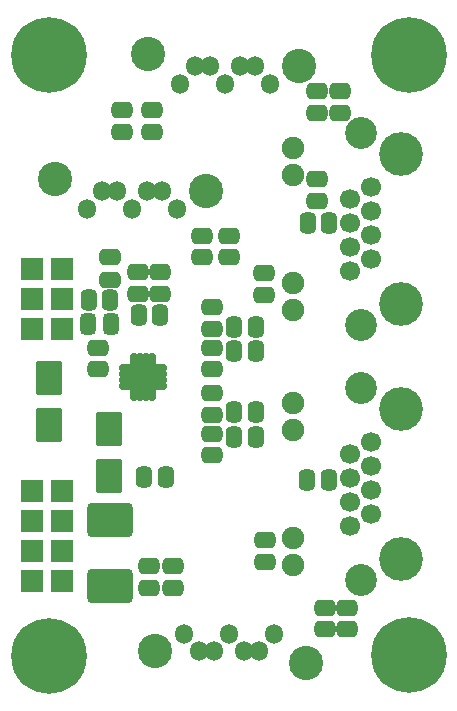
<source format=gbr>
%TF.GenerationSoftware,KiCad,Pcbnew,6.0.4-6f826c9f35~116~ubuntu20.04.1*%
%TF.CreationDate,2022-05-25T09:41:19+00:00*%
%TF.ProjectId,RFIQINT02B,52464951-494e-4543-9032-422e6b696361,REV*%
%TF.SameCoordinates,Original*%
%TF.FileFunction,Soldermask,Bot*%
%TF.FilePolarity,Negative*%
%FSLAX46Y46*%
G04 Gerber Fmt 4.6, Leading zero omitted, Abs format (unit mm)*
G04 Created by KiCad (PCBNEW 6.0.4-6f826c9f35~116~ubuntu20.04.1) date 2022-05-25 09:41:19*
%MOMM*%
%LPD*%
G01*
G04 APERTURE LIST*
G04 Aperture macros list*
%AMRoundRect*
0 Rectangle with rounded corners*
0 $1 Rounding radius*
0 $2 $3 $4 $5 $6 $7 $8 $9 X,Y pos of 4 corners*
0 Add a 4 corners polygon primitive as box body*
4,1,4,$2,$3,$4,$5,$6,$7,$8,$9,$2,$3,0*
0 Add four circle primitives for the rounded corners*
1,1,$1+$1,$2,$3*
1,1,$1+$1,$4,$5*
1,1,$1+$1,$6,$7*
1,1,$1+$1,$8,$9*
0 Add four rect primitives between the rounded corners*
20,1,$1+$1,$2,$3,$4,$5,0*
20,1,$1+$1,$4,$5,$6,$7,0*
20,1,$1+$1,$6,$7,$8,$9,0*
20,1,$1+$1,$8,$9,$2,$3,0*%
G04 Aperture macros list end*
%ADD10RoundRect,0.200000X-0.762000X-0.762000X0.762000X-0.762000X0.762000X0.762000X-0.762000X0.762000X0*%
%ADD11O,1.500000X1.700000*%
%ADD12C,2.900000*%
%ADD13C,3.700000*%
%ADD14C,1.700000*%
%ADD15C,1.900000*%
%ADD16C,2.700000*%
%ADD17C,6.400000*%
%ADD18RoundRect,0.450000X-0.262500X-0.450000X0.262500X-0.450000X0.262500X0.450000X-0.262500X0.450000X0*%
%ADD19RoundRect,0.200000X0.900000X-1.250000X0.900000X1.250000X-0.900000X1.250000X-0.900000X-1.250000X0*%
%ADD20RoundRect,0.449999X-1.500001X1.025001X-1.500001X-1.025001X1.500001X-1.025001X1.500001X1.025001X0*%
%ADD21RoundRect,0.450000X-0.450000X0.262500X-0.450000X-0.262500X0.450000X-0.262500X0.450000X0.262500X0*%
%ADD22RoundRect,0.450000X0.475000X-0.250000X0.475000X0.250000X-0.475000X0.250000X-0.475000X-0.250000X0*%
%ADD23RoundRect,0.450000X0.262500X0.450000X-0.262500X0.450000X-0.262500X-0.450000X0.262500X-0.450000X0*%
%ADD24RoundRect,0.450000X0.450000X-0.262500X0.450000X0.262500X-0.450000X0.262500X-0.450000X-0.262500X0*%
%ADD25RoundRect,0.450000X0.250000X0.475000X-0.250000X0.475000X-0.250000X-0.475000X0.250000X-0.475000X0*%
%ADD26RoundRect,0.262500X-0.337500X-0.062500X0.337500X-0.062500X0.337500X0.062500X-0.337500X0.062500X0*%
%ADD27RoundRect,0.262500X-0.062500X-0.337500X0.062500X-0.337500X0.062500X0.337500X-0.062500X0.337500X0*%
%ADD28RoundRect,0.450000X-0.600000X-0.600000X0.600000X-0.600000X0.600000X0.600000X-0.600000X0.600000X0*%
%ADD29RoundRect,0.200000X-0.900000X1.250000X-0.900000X-1.250000X0.900000X-1.250000X0.900000X1.250000X0*%
G04 APERTURE END LIST*
D10*
%TO.C,J6*%
X3683000Y37739320D03*
X6223000Y37739320D03*
X3683000Y35199320D03*
X6223000Y35199320D03*
X3683000Y32659320D03*
X6223000Y32659320D03*
%TD*%
D11*
%TO.C,J4*%
X23825200Y53465600D03*
X22555200Y54965600D03*
X21285200Y54965600D03*
X20015200Y53465600D03*
X18745200Y54965600D03*
X17475200Y54965600D03*
X16205200Y53465600D03*
D12*
X13455200Y55965600D03*
X26285200Y54965600D03*
%TD*%
D13*
%TO.C,J5*%
X34925000Y47518320D03*
X34925000Y34818320D03*
D14*
X32385000Y44718320D03*
X30605000Y43698320D03*
X32385000Y42688320D03*
X30605000Y41668320D03*
X32385000Y40658320D03*
X30605000Y39638320D03*
X32385000Y38628320D03*
X30605000Y37608320D03*
D15*
X25785000Y48028320D03*
X25785000Y45738320D03*
X25785000Y36598320D03*
X25785000Y34308320D03*
D16*
X31495000Y33038320D03*
X31495000Y49298320D03*
%TD*%
D17*
%TO.C,M3*%
X35560000Y55880000D03*
%TD*%
D13*
%TO.C,J2*%
X34925000Y25928320D03*
X34925000Y13228320D03*
D14*
X32385000Y23128320D03*
X30605000Y22108320D03*
X32385000Y21098320D03*
X30605000Y20078320D03*
X32385000Y19068320D03*
X30605000Y18048320D03*
X32385000Y17038320D03*
X30605000Y16018320D03*
D15*
X25785000Y26438320D03*
X25785000Y24148320D03*
X25785000Y15008320D03*
X25785000Y12718320D03*
D16*
X31495000Y11448320D03*
X31495000Y27708320D03*
%TD*%
D11*
%TO.C,J3*%
X15955000Y42843320D03*
X14685000Y44343320D03*
X13415000Y44343320D03*
X12145000Y42843320D03*
X10875000Y44343320D03*
X9605000Y44343320D03*
X8335000Y42843320D03*
D12*
X5585000Y45343320D03*
X18415000Y44343320D03*
%TD*%
D17*
%TO.C,M1*%
X35560000Y5080000D03*
%TD*%
D11*
%TO.C,J1*%
X16510000Y6878320D03*
X17780000Y5378320D03*
X19050000Y5378320D03*
X20320000Y6878320D03*
X21590000Y5378320D03*
X22860000Y5378320D03*
X24130000Y6878320D03*
D12*
X26880000Y4378320D03*
X14050000Y5378320D03*
%TD*%
D10*
%TO.C,J7*%
X3683000Y18943320D03*
X6223000Y18943320D03*
X3683000Y16403320D03*
X6223000Y16403320D03*
X3683000Y13863320D03*
X6223000Y13863320D03*
X3683000Y11323320D03*
X6223000Y11323320D03*
%TD*%
D18*
%TO.C,C6*%
X20804500Y30835600D03*
X22629500Y30835600D03*
%TD*%
D19*
%TO.C,D2*%
X10160000Y20213320D03*
X10160000Y24213320D03*
%TD*%
D20*
%TO.C,C14*%
X10287000Y16496080D03*
X10287000Y10946080D03*
%TD*%
D21*
%TO.C,C7*%
X30378400Y9065900D03*
X30378400Y7240900D03*
%TD*%
D22*
%TO.C,C13*%
X10236200Y36845200D03*
X10236200Y38745200D03*
%TD*%
D21*
%TO.C,R2*%
X23418800Y14793600D03*
X23418800Y12968600D03*
%TD*%
D23*
%TO.C,R1*%
X14984100Y20142200D03*
X13159100Y20142200D03*
%TD*%
D18*
%TO.C,C1*%
X26976700Y19939000D03*
X28801700Y19939000D03*
%TD*%
D21*
%TO.C,R9*%
X27762200Y45362500D03*
X27762200Y43537500D03*
%TD*%
D18*
%TO.C,C11*%
X27027500Y41656000D03*
X28852500Y41656000D03*
%TD*%
D21*
%TO.C,R10*%
X23342600Y37412300D03*
X23342600Y35587300D03*
%TD*%
D24*
%TO.C,C12*%
X29705300Y51005100D03*
X29705300Y52830100D03*
%TD*%
D21*
%TO.C,C5*%
X12623800Y37496120D03*
X12623800Y35671120D03*
%TD*%
D18*
%TO.C,R4*%
X12701900Y33896300D03*
X14526900Y33896300D03*
%TD*%
D24*
%TO.C,R7*%
X18923000Y25427300D03*
X18923000Y27252300D03*
%TD*%
D21*
%TO.C,R3*%
X28473400Y9065900D03*
X28473400Y7240900D03*
%TD*%
D18*
%TO.C,C4*%
X20791800Y32862520D03*
X22616800Y32862520D03*
%TD*%
D24*
%TO.C,R5*%
X18948400Y32691700D03*
X18948400Y34516700D03*
%TD*%
D21*
%TO.C,C16*%
X13868400Y51204500D03*
X13868400Y49379500D03*
%TD*%
D18*
%TO.C,L1*%
X8460100Y35128200D03*
X10285100Y35128200D03*
%TD*%
D21*
%TO.C,R13*%
X11277600Y51204500D03*
X11277600Y49379500D03*
%TD*%
D24*
%TO.C,C17*%
X15646400Y10771500D03*
X15646400Y12596500D03*
%TD*%
D17*
%TO.C,M2*%
X5080000Y4973320D03*
%TD*%
D21*
%TO.C,C10*%
X14528800Y37475800D03*
X14528800Y35650800D03*
%TD*%
D25*
%TO.C,C2*%
X10348000Y33070800D03*
X8448000Y33070800D03*
%TD*%
D26*
%TO.C,U1*%
X11631000Y27845320D03*
X11631000Y28345320D03*
X11631000Y28845320D03*
X11631000Y29345320D03*
D27*
X12331000Y30045320D03*
X12831000Y30045320D03*
X13331000Y30045320D03*
X13831000Y30045320D03*
D26*
X14531000Y29345320D03*
X14531000Y28845320D03*
X14531000Y28345320D03*
X14531000Y27845320D03*
D27*
X13831000Y27145320D03*
X13331000Y27145320D03*
X12831000Y27145320D03*
X12331000Y27145320D03*
D28*
X13081000Y28595320D03*
%TD*%
D18*
%TO.C,C9*%
X20779100Y23571200D03*
X22604100Y23571200D03*
%TD*%
%TO.C,C8*%
X20779100Y25628600D03*
X22604100Y25628600D03*
%TD*%
D24*
%TO.C,R11*%
X27774900Y50992400D03*
X27774900Y52817400D03*
%TD*%
D21*
%TO.C,R8*%
X18897600Y23823300D03*
X18897600Y21998300D03*
%TD*%
%TO.C,C3*%
X9296400Y31113100D03*
X9296400Y29288100D03*
%TD*%
%TO.C,C15*%
X18034000Y40587300D03*
X18034000Y38762300D03*
%TD*%
D24*
%TO.C,R14*%
X13614400Y10771500D03*
X13614400Y12596500D03*
%TD*%
D21*
%TO.C,R6*%
X18948400Y31113100D03*
X18948400Y29288100D03*
%TD*%
%TO.C,R12*%
X20370800Y40587300D03*
X20370800Y38762300D03*
%TD*%
D17*
%TO.C,M4*%
X5080000Y55880000D03*
%TD*%
D29*
%TO.C,D1*%
X5080000Y28563320D03*
X5080000Y24563320D03*
%TD*%
M02*

</source>
